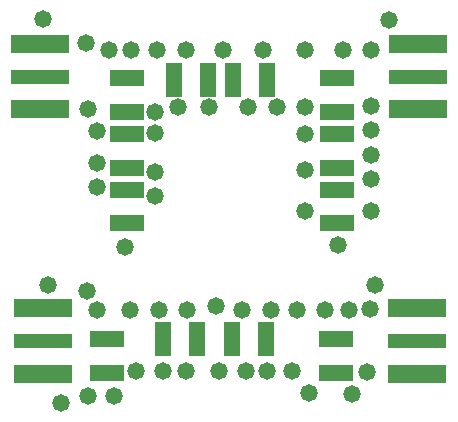
<source format=gbr>
%TF.GenerationSoftware,Altium Limited,Altium Designer,20.0.10 (225)*%
G04 Layer_Color=8388736*
%FSLAX26Y26*%
%MOIN*%
%TF.FileFunction,Soldermask,Top*%
%TF.Part,CustomerPanel*%
G01*
G75*
%TA.AperFunction,SMDPad,CuDef*%
%ADD12R,0.196850X0.047244*%
%ADD13R,0.196850X0.062992*%
%TA.AperFunction,ViaPad*%
%ADD18C,0.058000*%
%TA.AperFunction,SMDPad,CuDef*%
%ADD21R,0.114299X0.057213*%
%ADD22R,0.057213X0.114299*%
D12*
X3021220Y3167571D02*
D03*
X1774234D02*
D03*
X3024764Y4048331D02*
D03*
X1765709D02*
D03*
D13*
X3021220Y3276626D02*
D03*
Y3058516D02*
D03*
X1774234D02*
D03*
Y3276626D02*
D03*
X3024764Y4157386D02*
D03*
Y3939276D02*
D03*
X1765709D02*
D03*
Y4157386D02*
D03*
D18*
X2350276Y3282618D02*
D03*
X2660276Y2995000D02*
D03*
X2855276Y3065000D02*
D03*
X2880276Y3355000D02*
D03*
X2865276Y3275000D02*
D03*
X1790276Y3355000D02*
D03*
X1920276Y3335000D02*
D03*
X1925276Y2985000D02*
D03*
X2010276D02*
D03*
X1955276Y3270000D02*
D03*
X2065276D02*
D03*
X2085276Y3065875D02*
D03*
X2175276D02*
D03*
X2160276Y3270000D02*
D03*
X2450276Y3065875D02*
D03*
X2254445Y3270000D02*
D03*
X2252132Y3065875D02*
D03*
X2360276D02*
D03*
X2520276D02*
D03*
X2439019Y3270000D02*
D03*
X2795276D02*
D03*
X2715276D02*
D03*
X2621608D02*
D03*
X2535276D02*
D03*
X2605276Y3065875D02*
D03*
X2805276Y2990000D02*
D03*
X1835276Y2960000D02*
D03*
X1773819Y4241969D02*
D03*
X2868819Y3949351D02*
D03*
X2775492Y4136969D02*
D03*
X2868819D02*
D03*
X1923819Y3941969D02*
D03*
X2928819Y4236969D02*
D03*
X2648819Y3946969D02*
D03*
X2148819Y3731969D02*
D03*
Y3651969D02*
D03*
X1953819Y3681969D02*
D03*
Y3761969D02*
D03*
X2868819Y3786969D02*
D03*
Y3706053D02*
D03*
X2648819Y3601296D02*
D03*
X2868819D02*
D03*
X2648819Y3736853D02*
D03*
Y3856969D02*
D03*
X2373819Y4136969D02*
D03*
X2328819Y3946969D02*
D03*
X2458204D02*
D03*
X2508819Y4136969D02*
D03*
X1953819Y3866969D02*
D03*
X2148819Y3861969D02*
D03*
X2648819Y4136969D02*
D03*
X2553819Y3946969D02*
D03*
X2868819Y3871969D02*
D03*
X1918819Y4161969D02*
D03*
X2148819Y3931969D02*
D03*
X2223819Y3946969D02*
D03*
X2249244Y4136969D02*
D03*
X2155366D02*
D03*
X2068819D02*
D03*
X1993819D02*
D03*
X2758819Y3486969D02*
D03*
X2048819Y3481969D02*
D03*
D21*
X2750276Y3172555D02*
D03*
Y3060351D02*
D03*
X1988150Y3172555D02*
D03*
Y3060351D02*
D03*
X2753819Y4043347D02*
D03*
Y3931142D02*
D03*
Y3857437D02*
D03*
Y3745232D02*
D03*
Y3672437D02*
D03*
Y3560232D02*
D03*
X2052559Y3672437D02*
D03*
Y3560232D02*
D03*
Y3857437D02*
D03*
Y3745232D02*
D03*
Y4043347D02*
D03*
Y3931142D02*
D03*
D22*
X2517480Y3174327D02*
D03*
X2405276D02*
D03*
X2286378D02*
D03*
X2174173D02*
D03*
X2520236Y4036335D02*
D03*
X2408032D02*
D03*
X2323386D02*
D03*
X2211181D02*
D03*
%TF.MD5,d71cea82a6684d0944cc7892c32aaa6c*%
M02*

</source>
